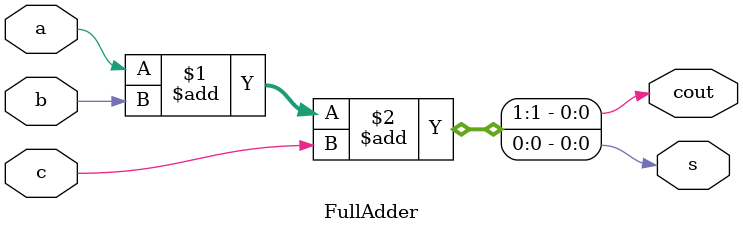
<source format=v>
module NormalAdder (
    input  [15:0] a,
    input  [15:0] b,
    output [16:0] s
);
    wire [3:-1] C;
    assign C[-1] = 0;
    genvar i;
    generate
        for (i = 0; i < 4; i++) begin : gen_fa
            FA4 _fa (
                .a(a[i*4+:4]),
                .b(b[i*4+:4]),
                .cin(C[i-1]),
                .cout(C[i]),
                .s(s[i*4+:4])
            );
        end
    endgenerate
    assign s[16] = C[3];
endmodule

module FA4 (
    input [3:0] a,
    input [3:0] b,
    input cin,
    output [3:0] s,
    output cout
);
    wire [2:0] cinter;

    FullAdder _0 (
        .a(a[0]),
        .b(b[0]),
        .c(cin),
        .cout(cinter[0]),
        .s(s[0])
    );

    FullAdder _1 (
        .a(a[1]),
        .b(b[1]),
        .c(cinter[0]),
        .cout(cinter[1]),
        .s(s[1])
    );

    FullAdder _2 (
        .a(a[2]),
        .b(b[2]),
        .c(cinter[1]),
        .cout(cinter[2]),
        .s(s[2])
    );

    FullAdder _3 (
        .a(a[3]),
        .b(b[3]),
        .c(cinter[2]),
        .cout(cout),
        .s(s[3])
    );
endmodule

module FullAdder (
    input  a,
    input  b,
    input  c,
    output s,
    output cout
);
    assign {cout, s} = a + b + c;
endmodule

// module fa4test;
//     reg cin;
//     reg [3:0] a, b;
//     wire cout;
//     wire [3:0] s;
//     FA4 _fa (
//         .a(a),
//         .b(b),
//         .cin(cin),
//         .s(s),
//         .cout(cout)
//     );
//     int i, j, k;
//     initial begin
//         for (i = 0; i < 16; i += 1)
//         for (j = 0; j < 16; j += 1)
//         for (k = 0; k < 2; k += 1) begin
//             a   = i;
//             b   = j;
//             cin = k;
//             #1;
//             assert (a + b + cin == {cout, s});
//         end
//     end
// endmodule

// module fatest;
//     reg a, b, c;
//     wire s, cout;
//     FullAdder _fa (
//         .a(a),
//         .b(b),
//         .c(c),
//         .s(s),
//         .cout(cout)
//     );
//     initial begin
//         $monitor(a, b, c, " => ", cout, s);
//         {a, b, c} = #1 0;
//         {a, b, c} = #1 1;
//         {a, b, c} = #1 2;
//         {a, b, c} = #1 3;
//         {a, b, c} = #1 4;
//         {a, b, c} = #1 5;
//         {a, b, c} = #1 6;
//         {a, b, c} = #1 7;
//     end
// endmodule


// module addrtest;
//     reg [15:0] a, b;
//     wire [16:0] s;
//     NormalAdder _addr (
//         .a(a),
//         .b(b),
//         .s(s)
//     );

//     int i, j, k;
//     initial begin
//         // $monitor("%b %b %b => %b %b", a, b, cin, cout, s);
//         for (i = 0; i < 500; i += 1)
//         for (j = 0; j < 500; j += 1) begin
//             a = i;
//             b = j;
//             #1;
//             assert (a + b == s);
//         end

//         for (i = 65000; i < 65536; i += 1)
//         for (j = 65000; j < 65536; j += 1) begin
//             a = i;
//             b = j;
//             #1;
//             assert (a + b == s);
//         end
//     end
// endmodule

</source>
